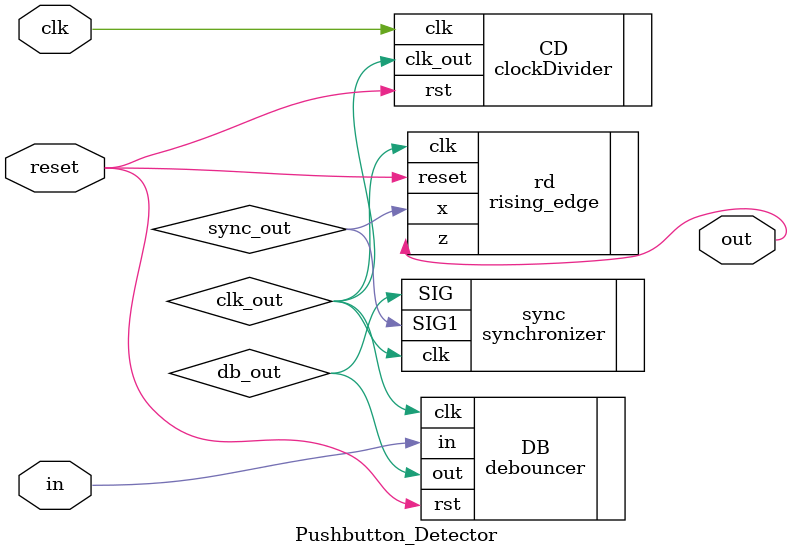
<source format=v>
`timescale 1ns / 1ps


module Pushbutton_Detector(
input clk, reset, in,
output out
    );
  wire db_out;
  wire sync_out;
  wire clk_out;
clockDivider CD(.clk(clk),.rst(reset),.clk_out(clk_out));
debouncer DB(.clk(clk_out),.rst(reset),.in(in),.out(db_out));
synchronizer sync(.clk(clk_out), .SIG(db_out),.SIG1(sync_out));
rising_edge rd(.clk(clk_out),.reset(reset),.x(sync_out),.z(out));

endmodule

</source>
